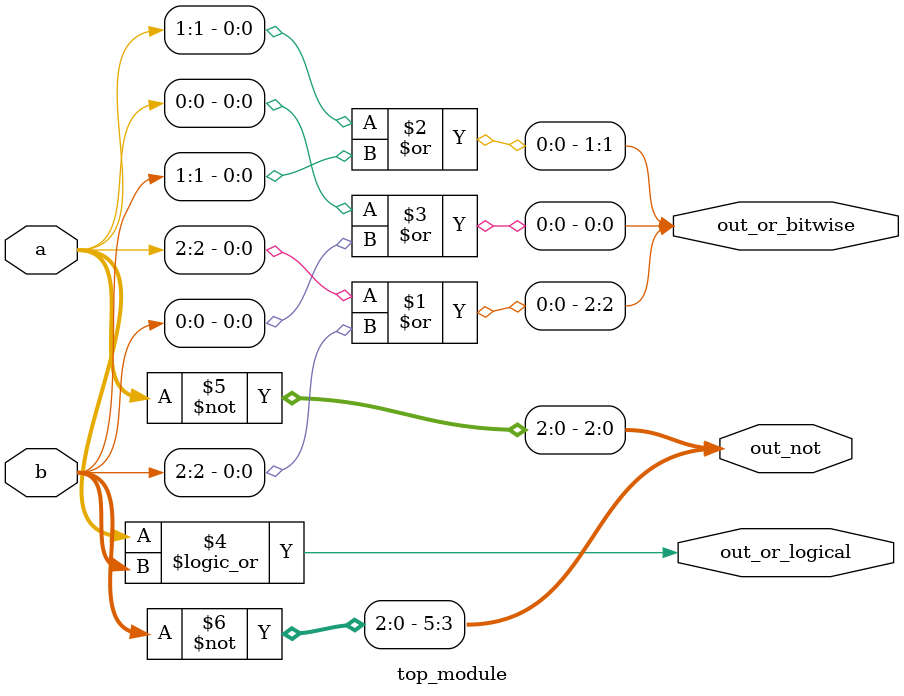
<source format=v>
module top_module( 
    input [2:0] a,
    input [2:0] b,
    output [2:0] out_or_bitwise,
    output out_or_logical,
    output [5:0] out_not
);
    assign out_or_bitwise[2] = a[2] | b[2];
    assign out_or_bitwise[1] = a[1] | b[1];
    assign out_or_bitwise[0] = a[0] | b[0];
    assign out_or_logical = a || b;
    assign out_not[2:0] = ~a ;
    //assign out_not[4] = ~a[1];
    //assign out_not[3] = ~a[0];
    assign out_not[5:3] = ~b;
    //assign out_not[1] = ~b[1];
    //assign out_not[0] = ~b[0];
endmodule

</source>
